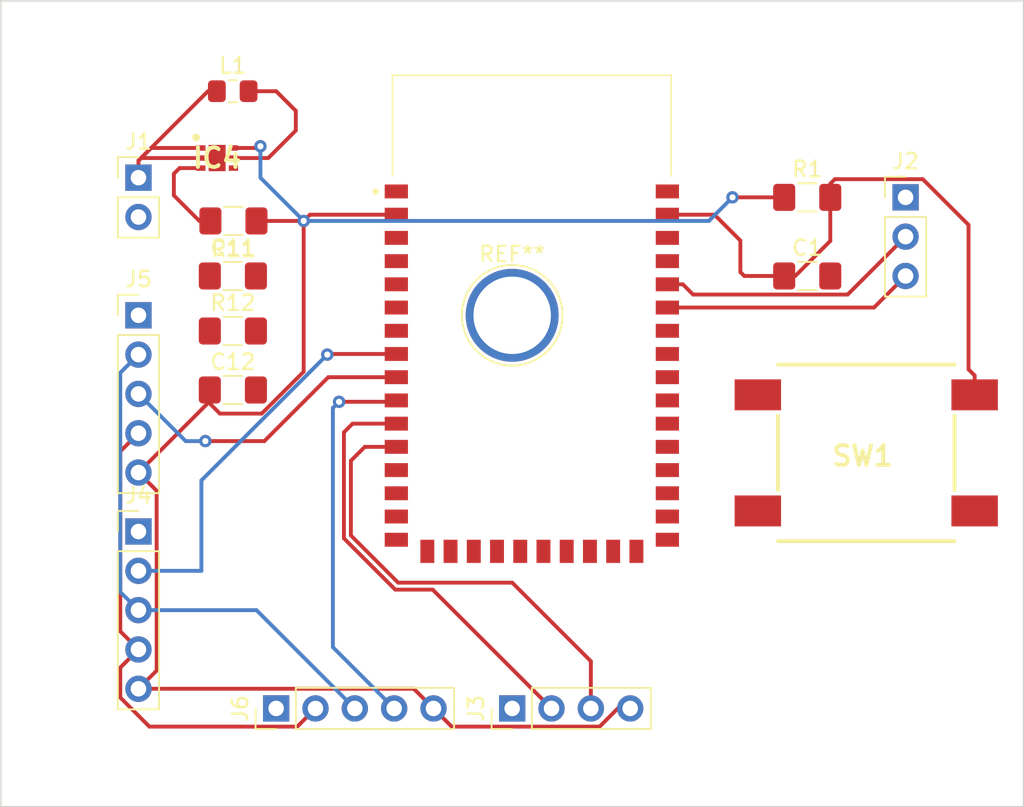
<source format=kicad_pcb>
(kicad_pcb (version 20171130) (host pcbnew "(5.1.5)-3")

  (general
    (thickness 1.6)
    (drawings 6)
    (tracks 119)
    (zones 0)
    (modules 17)
    (nets 46)
  )

  (page A4)
  (layers
    (0 F.Cu signal)
    (31 B.Cu signal)
    (32 B.Adhes user)
    (33 F.Adhes user)
    (34 B.Paste user)
    (35 F.Paste user)
    (36 B.SilkS user)
    (37 F.SilkS user)
    (38 B.Mask user)
    (39 F.Mask user)
    (40 Dwgs.User user)
    (41 Cmts.User user)
    (42 Eco1.User user)
    (43 Eco2.User user)
    (44 Edge.Cuts user)
    (45 Margin user)
    (46 B.CrtYd user)
    (47 F.CrtYd user)
    (48 B.Fab user)
    (49 F.Fab user)
  )

  (setup
    (last_trace_width 0.25)
    (user_trace_width 0.2)
    (trace_clearance 0.2)
    (zone_clearance 0.508)
    (zone_45_only no)
    (trace_min 0.2)
    (via_size 0.8)
    (via_drill 0.4)
    (via_min_size 0.4)
    (via_min_drill 0.3)
    (uvia_size 0.3)
    (uvia_drill 0.1)
    (uvias_allowed no)
    (uvia_min_size 0.2)
    (uvia_min_drill 0.1)
    (edge_width 0.1)
    (segment_width 0.2)
    (pcb_text_width 0.3)
    (pcb_text_size 1.5 1.5)
    (mod_edge_width 0.15)
    (mod_text_size 1 1)
    (mod_text_width 0.15)
    (pad_size 1.524 1.524)
    (pad_drill 0.762)
    (pad_to_mask_clearance 0)
    (aux_axis_origin 0 0)
    (visible_elements 7FFFFFFF)
    (pcbplotparams
      (layerselection 0x010fc_ffffffff)
      (usegerberextensions false)
      (usegerberattributes false)
      (usegerberadvancedattributes false)
      (creategerberjobfile false)
      (excludeedgelayer true)
      (linewidth 0.100000)
      (plotframeref false)
      (viasonmask false)
      (mode 1)
      (useauxorigin false)
      (hpglpennumber 1)
      (hpglpenspeed 20)
      (hpglpendiameter 15.000000)
      (psnegative false)
      (psa4output false)
      (plotreference true)
      (plotvalue true)
      (plotinvisibletext false)
      (padsonsilk false)
      (subtractmaskfromsilk false)
      (outputformat 1)
      (mirror false)
      (drillshape 0)
      (scaleselection 1)
      (outputdirectory ""))
  )

  (net 0 "")
  (net 1 GND)
  (net 2 "Net-(IC1-Pad5)")
  (net 3 "Net-(IC1-Pad7)")
  (net 4 "Net-(IC1-Pad8)")
  (net 5 "Net-(C1-Pad1)")
  (net 6 "Net-(C11-Pad1)")
  (net 7 "Net-(C12-Pad1)")
  (net 8 "Net-(IC1-Pad3)")
  (net 9 "Net-(IC1-Pad4)")
  (net 10 "Net-(IC1-Pad6)")
  (net 11 "Net-(IC1-Pad9)")
  (net 12 "Net-(IC1-Pad10)")
  (net 13 "Net-(IC1-Pad11)")
  (net 14 "Net-(IC1-Pad12)")
  (net 15 "Net-(IC1-Pad13)")
  (net 16 "Net-(IC1-Pad14)")
  (net 17 "Net-(IC1-Pad15)")
  (net 18 "Net-(IC1-Pad16)")
  (net 19 "Net-(IC1-Pad17)")
  (net 20 "Net-(IC1-Pad18)")
  (net 21 "Net-(IC1-Pad19)")
  (net 22 "Net-(IC1-Pad20)")
  (net 23 "Net-(IC1-Pad21)")
  (net 24 "Net-(IC1-Pad22)")
  (net 25 "Net-(IC1-Pad23)")
  (net 26 "Net-(IC1-Pad24)")
  (net 27 "Net-(IC1-Pad25)")
  (net 28 "Net-(IC1-Pad27)")
  (net 29 "Net-(IC1-Pad28)")
  (net 30 "Net-(IC1-Pad29)")
  (net 31 "Net-(IC1-Pad30)")
  (net 32 "Net-(IC1-Pad31)")
  (net 33 "Net-(IC1-Pad32)")
  (net 34 "Net-(IC1-Pad33)")
  (net 35 "Net-(IC1-Pad34)")
  (net 36 "Net-(IC1-Pad35)")
  (net 37 "Net-(IC1-Pad36)")
  (net 38 "Net-(IC1-Pad37)")
  (net 39 "Net-(IC1-Pad38)")
  (net 40 "Net-(IC1-Pad39)")
  (net 41 "Net-(IC1-Pad40)")
  (net 42 "Net-(IC4-Pad3)")
  (net 43 "Net-(IC4-Pad5)")
  (net 44 "Net-(J4-Pad3)")
  (net 45 "Net-(J4-Pad4)")

  (net_class Default "Dit is de standaard class."
    (clearance 0.2)
    (trace_width 0.25)
    (via_dia 0.8)
    (via_drill 0.4)
    (uvia_dia 0.3)
    (uvia_drill 0.1)
    (add_net GND)
    (add_net "Net-(C1-Pad1)")
    (add_net "Net-(C11-Pad1)")
    (add_net "Net-(C12-Pad1)")
    (add_net "Net-(IC1-Pad10)")
    (add_net "Net-(IC1-Pad11)")
    (add_net "Net-(IC1-Pad12)")
    (add_net "Net-(IC1-Pad13)")
    (add_net "Net-(IC1-Pad14)")
    (add_net "Net-(IC1-Pad15)")
    (add_net "Net-(IC1-Pad16)")
    (add_net "Net-(IC1-Pad17)")
    (add_net "Net-(IC1-Pad18)")
    (add_net "Net-(IC1-Pad19)")
    (add_net "Net-(IC1-Pad20)")
    (add_net "Net-(IC1-Pad21)")
    (add_net "Net-(IC1-Pad22)")
    (add_net "Net-(IC1-Pad23)")
    (add_net "Net-(IC1-Pad24)")
    (add_net "Net-(IC1-Pad25)")
    (add_net "Net-(IC1-Pad27)")
    (add_net "Net-(IC1-Pad28)")
    (add_net "Net-(IC1-Pad29)")
    (add_net "Net-(IC1-Pad3)")
    (add_net "Net-(IC1-Pad30)")
    (add_net "Net-(IC1-Pad31)")
    (add_net "Net-(IC1-Pad32)")
    (add_net "Net-(IC1-Pad33)")
    (add_net "Net-(IC1-Pad34)")
    (add_net "Net-(IC1-Pad35)")
    (add_net "Net-(IC1-Pad36)")
    (add_net "Net-(IC1-Pad37)")
    (add_net "Net-(IC1-Pad38)")
    (add_net "Net-(IC1-Pad39)")
    (add_net "Net-(IC1-Pad4)")
    (add_net "Net-(IC1-Pad40)")
    (add_net "Net-(IC1-Pad5)")
    (add_net "Net-(IC1-Pad6)")
    (add_net "Net-(IC1-Pad7)")
    (add_net "Net-(IC1-Pad8)")
    (add_net "Net-(IC1-Pad9)")
    (add_net "Net-(IC4-Pad3)")
    (add_net "Net-(IC4-Pad5)")
    (add_net "Net-(J4-Pad3)")
    (add_net "Net-(J4-Pad4)")
  )

  (module TestPoint:TestPoint_Plated_Hole_D5.0mm (layer F.Cu) (tedit 5A0F774F) (tstamp 607B165D)
    (at 99.06 68.58)
    (descr "Plated Hole as test Point, diameter 5.0mm")
    (tags "test point plated hole")
    (attr virtual)
    (fp_text reference REF** (at 0 -3.948) (layer F.SilkS)
      (effects (font (size 1 1) (thickness 0.15)))
    )
    (fp_text value TestPoint_Plated_Hole_D5.0mm (at 0 3.9) (layer F.Fab)
      (effects (font (size 1 1) (thickness 0.15)))
    )
    (fp_circle (center 0 0) (end 0 3.25) (layer F.SilkS) (width 0.12))
    (fp_circle (center 0 0) (end 3.5 0) (layer F.CrtYd) (width 0.05))
    (fp_text user %R (at 0 -3.95) (layer F.Fab)
      (effects (font (size 1 1) (thickness 0.15)))
    )
    (pad 1 thru_hole circle (at 0 0) (size 6 6) (drill 5) (layers *.Cu *.Mask))
  )

  (module "Drukknop_OFF_(ON):Drukknop_OFF_(ON)" (layer F.Cu) (tedit 0) (tstamp 6070C240)
    (at 121.92 77.47)
    (descr SMS-Gullwing)
    (tags Switch)
    (path /605B36B5)
    (attr smd)
    (fp_text reference SW1 (at -0.232 0.196) (layer F.SilkS)
      (effects (font (size 1.27 1.27) (thickness 0.254)))
    )
    (fp_text value SW_Push (at -0.232 0.196) (layer F.SilkS) hide
      (effects (font (size 1.27 1.27) (thickness 0.254)))
    )
    (fp_line (start 5.7 -2.4) (end 5.7 2.4) (layer F.SilkS) (width 0.254))
    (fp_line (start -5.7 -2.4) (end -5.7 2.4) (layer F.SilkS) (width 0.254))
    (fp_line (start -5.7 -5.7) (end 5.7 -5.7) (layer F.SilkS) (width 0.254))
    (fp_line (start -5.7 5.7) (end 5.7 5.7) (layer F.SilkS) (width 0.254))
    (fp_line (start -5.7 5.7) (end -5.7 -5.7) (layer F.Fab) (width 0.254))
    (fp_line (start 5.7 5.7) (end -5.7 5.7) (layer F.Fab) (width 0.254))
    (fp_line (start 5.7 -5.7) (end 5.7 5.7) (layer F.Fab) (width 0.254))
    (fp_line (start -5.7 -5.7) (end 5.7 -5.7) (layer F.Fab) (width 0.254))
    (fp_text user %R (at -0.232 0.196) (layer F.Fab)
      (effects (font (size 1.27 1.27) (thickness 0.254)))
    )
    (pad 4 smd rect (at -7 -3.75 90) (size 2 3) (layers F.Cu F.Paste F.Mask))
    (pad 3 smd rect (at 7 -3.75 90) (size 2 3) (layers F.Cu F.Paste F.Mask)
      (net 5 "Net-(C1-Pad1)"))
    (pad 2 smd rect (at 7 3.75 90) (size 2 3) (layers F.Cu F.Paste F.Mask))
    (pad 1 smd rect (at -7 3.75 90) (size 2 3) (layers F.Cu F.Paste F.Mask)
      (net 1 GND))
  )

  (module Capacitor_SMD:C_1206_3216Metric_Pad1.42x1.75mm_HandSolder (layer F.Cu) (tedit 5B301BBE) (tstamp 605A08BD)
    (at 118.11 66.04)
    (descr "Capacitor SMD 1206 (3216 Metric), square (rectangular) end terminal, IPC_7351 nominal with elongated pad for handsoldering. (Body size source: http://www.tortai-tech.com/upload/download/2011102023233369053.pdf), generated with kicad-footprint-generator")
    (tags "capacitor handsolder")
    (path /605C96A2)
    (attr smd)
    (fp_text reference C1 (at 0 -1.82) (layer F.SilkS)
      (effects (font (size 1 1) (thickness 0.15)))
    )
    (fp_text value 1µF (at 0 1.82) (layer F.Fab)
      (effects (font (size 1 1) (thickness 0.15)))
    )
    (fp_line (start -1.6 0.8) (end -1.6 -0.8) (layer F.Fab) (width 0.1))
    (fp_line (start -1.6 -0.8) (end 1.6 -0.8) (layer F.Fab) (width 0.1))
    (fp_line (start 1.6 -0.8) (end 1.6 0.8) (layer F.Fab) (width 0.1))
    (fp_line (start 1.6 0.8) (end -1.6 0.8) (layer F.Fab) (width 0.1))
    (fp_line (start -0.602064 -0.91) (end 0.602064 -0.91) (layer F.SilkS) (width 0.12))
    (fp_line (start -0.602064 0.91) (end 0.602064 0.91) (layer F.SilkS) (width 0.12))
    (fp_line (start -2.45 1.12) (end -2.45 -1.12) (layer F.CrtYd) (width 0.05))
    (fp_line (start -2.45 -1.12) (end 2.45 -1.12) (layer F.CrtYd) (width 0.05))
    (fp_line (start 2.45 -1.12) (end 2.45 1.12) (layer F.CrtYd) (width 0.05))
    (fp_line (start 2.45 1.12) (end -2.45 1.12) (layer F.CrtYd) (width 0.05))
    (fp_text user %R (at 0 0) (layer F.Fab)
      (effects (font (size 0.8 0.8) (thickness 0.12)))
    )
    (pad 1 smd roundrect (at -1.4875 0) (size 1.425 1.75) (layers F.Cu F.Paste F.Mask) (roundrect_rratio 0.175439)
      (net 5 "Net-(C1-Pad1)"))
    (pad 2 smd roundrect (at 1.4875 0) (size 1.425 1.75) (layers F.Cu F.Paste F.Mask) (roundrect_rratio 0.175439)
      (net 1 GND))
    (model ${KISYS3DMOD}/Capacitor_SMD.3dshapes/C_1206_3216Metric.wrl
      (at (xyz 0 0 0))
      (scale (xyz 1 1 1))
      (rotate (xyz 0 0 0))
    )
  )

  (module Capacitor_SMD:C_1206_3216Metric_Pad1.42x1.75mm_HandSolder (layer F.Cu) (tedit 5B301BBE) (tstamp 605A08CE)
    (at 81.026 66.04)
    (descr "Capacitor SMD 1206 (3216 Metric), square (rectangular) end terminal, IPC_7351 nominal with elongated pad for handsoldering. (Body size source: http://www.tortai-tech.com/upload/download/2011102023233369053.pdf), generated with kicad-footprint-generator")
    (tags "capacitor handsolder")
    (path /6032C4A6)
    (attr smd)
    (fp_text reference C11 (at 0 -1.82) (layer F.SilkS)
      (effects (font (size 1 1) (thickness 0.15)))
    )
    (fp_text value 10µF (at 0 1.82) (layer F.Fab)
      (effects (font (size 1 1) (thickness 0.15)))
    )
    (fp_line (start -1.6 0.8) (end -1.6 -0.8) (layer F.Fab) (width 0.1))
    (fp_line (start -1.6 -0.8) (end 1.6 -0.8) (layer F.Fab) (width 0.1))
    (fp_line (start 1.6 -0.8) (end 1.6 0.8) (layer F.Fab) (width 0.1))
    (fp_line (start 1.6 0.8) (end -1.6 0.8) (layer F.Fab) (width 0.1))
    (fp_line (start -0.602064 -0.91) (end 0.602064 -0.91) (layer F.SilkS) (width 0.12))
    (fp_line (start -0.602064 0.91) (end 0.602064 0.91) (layer F.SilkS) (width 0.12))
    (fp_line (start -2.45 1.12) (end -2.45 -1.12) (layer F.CrtYd) (width 0.05))
    (fp_line (start -2.45 -1.12) (end 2.45 -1.12) (layer F.CrtYd) (width 0.05))
    (fp_line (start 2.45 -1.12) (end 2.45 1.12) (layer F.CrtYd) (width 0.05))
    (fp_line (start 2.45 1.12) (end -2.45 1.12) (layer F.CrtYd) (width 0.05))
    (fp_text user %R (at 0 0) (layer F.Fab)
      (effects (font (size 0.8 0.8) (thickness 0.12)))
    )
    (pad 1 smd roundrect (at -1.4875 0) (size 1.425 1.75) (layers F.Cu F.Paste F.Mask) (roundrect_rratio 0.175439)
      (net 6 "Net-(C11-Pad1)"))
    (pad 2 smd roundrect (at 1.4875 0) (size 1.425 1.75) (layers F.Cu F.Paste F.Mask) (roundrect_rratio 0.175439)
      (net 1 GND))
    (model ${KISYS3DMOD}/Capacitor_SMD.3dshapes/C_1206_3216Metric.wrl
      (at (xyz 0 0 0))
      (scale (xyz 1 1 1))
      (rotate (xyz 0 0 0))
    )
  )

  (module Capacitor_SMD:C_1206_3216Metric_Pad1.42x1.75mm_HandSolder (layer F.Cu) (tedit 5B301BBE) (tstamp 605A08DF)
    (at 81.026 73.406)
    (descr "Capacitor SMD 1206 (3216 Metric), square (rectangular) end terminal, IPC_7351 nominal with elongated pad for handsoldering. (Body size source: http://www.tortai-tech.com/upload/download/2011102023233369053.pdf), generated with kicad-footprint-generator")
    (tags "capacitor handsolder")
    (path /603339E9)
    (attr smd)
    (fp_text reference C12 (at 0 -1.82) (layer F.SilkS)
      (effects (font (size 1 1) (thickness 0.15)))
    )
    (fp_text value 10µF (at 0 1.82) (layer F.Fab)
      (effects (font (size 1 1) (thickness 0.15)))
    )
    (fp_text user %R (at 0 0) (layer F.Fab)
      (effects (font (size 0.8 0.8) (thickness 0.12)))
    )
    (fp_line (start 2.45 1.12) (end -2.45 1.12) (layer F.CrtYd) (width 0.05))
    (fp_line (start 2.45 -1.12) (end 2.45 1.12) (layer F.CrtYd) (width 0.05))
    (fp_line (start -2.45 -1.12) (end 2.45 -1.12) (layer F.CrtYd) (width 0.05))
    (fp_line (start -2.45 1.12) (end -2.45 -1.12) (layer F.CrtYd) (width 0.05))
    (fp_line (start -0.602064 0.91) (end 0.602064 0.91) (layer F.SilkS) (width 0.12))
    (fp_line (start -0.602064 -0.91) (end 0.602064 -0.91) (layer F.SilkS) (width 0.12))
    (fp_line (start 1.6 0.8) (end -1.6 0.8) (layer F.Fab) (width 0.1))
    (fp_line (start 1.6 -0.8) (end 1.6 0.8) (layer F.Fab) (width 0.1))
    (fp_line (start -1.6 -0.8) (end 1.6 -0.8) (layer F.Fab) (width 0.1))
    (fp_line (start -1.6 0.8) (end -1.6 -0.8) (layer F.Fab) (width 0.1))
    (pad 2 smd roundrect (at 1.4875 0) (size 1.425 1.75) (layers F.Cu F.Paste F.Mask) (roundrect_rratio 0.175439)
      (net 1 GND))
    (pad 1 smd roundrect (at -1.4875 0) (size 1.425 1.75) (layers F.Cu F.Paste F.Mask) (roundrect_rratio 0.175439)
      (net 7 "Net-(C12-Pad1)"))
    (model ${KISYS3DMOD}/Capacitor_SMD.3dshapes/C_1206_3216Metric.wrl
      (at (xyz 0 0 0))
      (scale (xyz 1 1 1))
      (rotate (xyz 0 0 0))
    )
  )

  (module ESP32S2WROOMM22S2H3200PH3Q0 (layer F.Cu) (tedit 0) (tstamp 605A0926)
    (at 100.33 68.58)
    (descr "ESP32-S2-WROOM(M22S2H3200PH3Q0)-1")
    (tags "Integrated Circuit")
    (path /6059BDAD)
    (attr smd)
    (fp_text reference IC1 (at -0.35 0.25) (layer F.SilkS)
      (effects (font (size 1.27 1.27) (thickness 0.254)))
    )
    (fp_text value ESP32-S2-WROOM_M22S2H3200PH3Q0_ (at -0.35 0.25) (layer F.SilkS) hide
      (effects (font (size 1.27 1.27) (thickness 0.254)))
    )
    (fp_text user %R (at -0.35 0.25) (layer F.Fab)
      (effects (font (size 1.27 1.27) (thickness 0.254)))
    )
    (fp_line (start -9 -15.5) (end 9 -15.5) (layer F.Fab) (width 0.2))
    (fp_line (start 9 -15.5) (end 9 15.5) (layer F.Fab) (width 0.2))
    (fp_line (start 9 15.5) (end -9 15.5) (layer F.Fab) (width 0.2))
    (fp_line (start -9 15.5) (end -9 -15.5) (layer F.Fab) (width 0.2))
    (fp_line (start -11.2 -16.5) (end 10.5 -16.5) (layer F.CrtYd) (width 0.1))
    (fp_line (start 10.5 -16.5) (end 10.5 17) (layer F.CrtYd) (width 0.1))
    (fp_line (start 10.5 17) (end -11.2 17) (layer F.CrtYd) (width 0.1))
    (fp_line (start -11.2 17) (end -11.2 -16.5) (layer F.CrtYd) (width 0.1))
    (fp_line (start -9 -9) (end -9 -15.5) (layer F.SilkS) (width 0.1))
    (fp_line (start -9 -15.5) (end 9 -15.5) (layer F.SilkS) (width 0.1))
    (fp_line (start 9 -15.5) (end 9 -9) (layer F.SilkS) (width 0.1))
    (fp_line (start -10 -8) (end -10 -8) (layer F.SilkS) (width 0.2))
    (fp_line (start -10.2 -8) (end -10.2 -8) (layer F.SilkS) (width 0.2))
    (fp_arc (start -10.1 -8) (end -10 -8) (angle -180) (layer F.SilkS) (width 0.2))
    (fp_arc (start -10.1 -8) (end -10.2 -8) (angle -180) (layer F.SilkS) (width 0.2))
    (pad 1 smd rect (at -8.75 -8 90) (size 0.9 1.5) (layers F.Cu F.Paste F.Mask)
      (net 1 GND))
    (pad 2 smd rect (at -8.75 -6.5 90) (size 0.9 1.5) (layers F.Cu F.Paste F.Mask)
      (net 7 "Net-(C12-Pad1)"))
    (pad 3 smd rect (at -8.75 -5 90) (size 0.9 1.5) (layers F.Cu F.Paste F.Mask)
      (net 8 "Net-(IC1-Pad3)"))
    (pad 4 smd rect (at -8.75 -3.5 90) (size 0.9 1.5) (layers F.Cu F.Paste F.Mask)
      (net 9 "Net-(IC1-Pad4)"))
    (pad 5 smd rect (at -8.75 -2 90) (size 0.9 1.5) (layers F.Cu F.Paste F.Mask)
      (net 2 "Net-(IC1-Pad5)"))
    (pad 6 smd rect (at -8.75 -0.5 90) (size 0.9 1.5) (layers F.Cu F.Paste F.Mask)
      (net 10 "Net-(IC1-Pad6)"))
    (pad 7 smd rect (at -8.75 1 90) (size 0.9 1.5) (layers F.Cu F.Paste F.Mask)
      (net 3 "Net-(IC1-Pad7)"))
    (pad 8 smd rect (at -8.75 2.5 90) (size 0.9 1.5) (layers F.Cu F.Paste F.Mask)
      (net 4 "Net-(IC1-Pad8)"))
    (pad 9 smd rect (at -8.75 4 90) (size 0.9 1.5) (layers F.Cu F.Paste F.Mask)
      (net 11 "Net-(IC1-Pad9)"))
    (pad 10 smd rect (at -8.75 5.5 90) (size 0.9 1.5) (layers F.Cu F.Paste F.Mask)
      (net 12 "Net-(IC1-Pad10)"))
    (pad 11 smd rect (at -8.75 7 90) (size 0.9 1.5) (layers F.Cu F.Paste F.Mask)
      (net 13 "Net-(IC1-Pad11)"))
    (pad 12 smd rect (at -8.75 8.5 90) (size 0.9 1.5) (layers F.Cu F.Paste F.Mask)
      (net 14 "Net-(IC1-Pad12)"))
    (pad 13 smd rect (at -8.75 10 90) (size 0.9 1.5) (layers F.Cu F.Paste F.Mask)
      (net 15 "Net-(IC1-Pad13)"))
    (pad 14 smd rect (at -8.75 11.5 90) (size 0.9 1.5) (layers F.Cu F.Paste F.Mask)
      (net 16 "Net-(IC1-Pad14)"))
    (pad 15 smd rect (at -8.75 13 90) (size 0.9 1.5) (layers F.Cu F.Paste F.Mask)
      (net 17 "Net-(IC1-Pad15)"))
    (pad 16 smd rect (at -8.75 14.5 90) (size 0.9 1.5) (layers F.Cu F.Paste F.Mask)
      (net 18 "Net-(IC1-Pad16)"))
    (pad 17 smd rect (at -6.75 15.25) (size 0.9 1.5) (layers F.Cu F.Paste F.Mask)
      (net 19 "Net-(IC1-Pad17)"))
    (pad 18 smd rect (at -5.25 15.25) (size 0.9 1.5) (layers F.Cu F.Paste F.Mask)
      (net 20 "Net-(IC1-Pad18)"))
    (pad 19 smd rect (at -3.75 15.25) (size 0.9 1.5) (layers F.Cu F.Paste F.Mask)
      (net 21 "Net-(IC1-Pad19)"))
    (pad 20 smd rect (at -2.25 15.25) (size 0.9 1.5) (layers F.Cu F.Paste F.Mask)
      (net 22 "Net-(IC1-Pad20)"))
    (pad 21 smd rect (at -0.75 15.25) (size 0.9 1.5) (layers F.Cu F.Paste F.Mask)
      (net 23 "Net-(IC1-Pad21)"))
    (pad 22 smd rect (at 0.75 15.25) (size 0.9 1.5) (layers F.Cu F.Paste F.Mask)
      (net 24 "Net-(IC1-Pad22)"))
    (pad 23 smd rect (at 2.25 15.25) (size 0.9 1.5) (layers F.Cu F.Paste F.Mask)
      (net 25 "Net-(IC1-Pad23)"))
    (pad 24 smd rect (at 3.75 15.25) (size 0.9 1.5) (layers F.Cu F.Paste F.Mask)
      (net 26 "Net-(IC1-Pad24)"))
    (pad 25 smd rect (at 5.25 15.25) (size 0.9 1.5) (layers F.Cu F.Paste F.Mask)
      (net 27 "Net-(IC1-Pad25)"))
    (pad 26 smd rect (at 6.75 15.25) (size 0.9 1.5) (layers F.Cu F.Paste F.Mask)
      (net 1 GND))
    (pad 27 smd rect (at 8.75 14.5 90) (size 0.9 1.5) (layers F.Cu F.Paste F.Mask)
      (net 28 "Net-(IC1-Pad27)"))
    (pad 28 smd rect (at 8.75 13 90) (size 0.9 1.5) (layers F.Cu F.Paste F.Mask)
      (net 29 "Net-(IC1-Pad28)"))
    (pad 29 smd rect (at 8.75 11.5 90) (size 0.9 1.5) (layers F.Cu F.Paste F.Mask)
      (net 30 "Net-(IC1-Pad29)"))
    (pad 30 smd rect (at 8.75 10 90) (size 0.9 1.5) (layers F.Cu F.Paste F.Mask)
      (net 31 "Net-(IC1-Pad30)"))
    (pad 31 smd rect (at 8.75 8.5 90) (size 0.9 1.5) (layers F.Cu F.Paste F.Mask)
      (net 32 "Net-(IC1-Pad31)"))
    (pad 32 smd rect (at 8.75 7 90) (size 0.9 1.5) (layers F.Cu F.Paste F.Mask)
      (net 33 "Net-(IC1-Pad32)"))
    (pad 33 smd rect (at 8.75 5.5 90) (size 0.9 1.5) (layers F.Cu F.Paste F.Mask)
      (net 34 "Net-(IC1-Pad33)"))
    (pad 34 smd rect (at 8.75 4 90) (size 0.9 1.5) (layers F.Cu F.Paste F.Mask)
      (net 35 "Net-(IC1-Pad34)"))
    (pad 35 smd rect (at 8.75 2.5 90) (size 0.9 1.5) (layers F.Cu F.Paste F.Mask)
      (net 36 "Net-(IC1-Pad35)"))
    (pad 36 smd rect (at 8.75 1 90) (size 0.9 1.5) (layers F.Cu F.Paste F.Mask)
      (net 37 "Net-(IC1-Pad36)"))
    (pad 37 smd rect (at 8.75 -0.5 90) (size 0.9 1.5) (layers F.Cu F.Paste F.Mask)
      (net 38 "Net-(IC1-Pad37)"))
    (pad 38 smd rect (at 8.75 -2 90) (size 0.9 1.5) (layers F.Cu F.Paste F.Mask)
      (net 39 "Net-(IC1-Pad38)"))
    (pad 39 smd rect (at 8.75 -3.5 90) (size 0.9 1.5) (layers F.Cu F.Paste F.Mask)
      (net 40 "Net-(IC1-Pad39)"))
    (pad 40 smd rect (at 8.75 -5 90) (size 0.9 1.5) (layers F.Cu F.Paste F.Mask)
      (net 41 "Net-(IC1-Pad40)"))
    (pad 41 smd rect (at 8.75 -6.5 90) (size 0.9 1.5) (layers F.Cu F.Paste F.Mask)
      (net 5 "Net-(C1-Pad1)"))
    (pad 42 smd rect (at 8.75 -8 90) (size 0.9 1.5) (layers F.Cu F.Paste F.Mask)
      (net 1 GND))
    (pad 43 smd rect (at -1.19 0.05) (size 1.1 1.1) (layers F.Cu F.Paste F.Mask)
      (net 1 GND))
    (pad 44 smd rect (at -2.69 0.05) (size 1.1 1.1) (layers F.Cu F.Paste F.Mask)
      (net 1 GND))
    (pad 45 smd rect (at -2.69 1.55) (size 1.1 1.1) (layers F.Cu F.Paste F.Mask)
      (net 1 GND))
    (pad 46 smd rect (at -1.19 1.55) (size 1.1 1.1) (layers F.Cu F.Paste F.Mask)
      (net 1 GND))
    (pad 47 smd rect (at 0.31 1.55) (size 1.1 1.1) (layers F.Cu F.Paste F.Mask)
      (net 1 GND))
    (pad 48 smd rect (at 0.31 0.05) (size 1.1 1.1) (layers F.Cu F.Paste F.Mask)
      (net 1 GND))
    (pad 49 smd rect (at 0.31 -1.45) (size 1.1 1.1) (layers F.Cu F.Paste F.Mask)
      (net 1 GND))
    (pad 50 smd rect (at -1.19 -1.45) (size 1.1 1.1) (layers F.Cu F.Paste F.Mask)
      (net 1 GND))
    (pad 51 smd rect (at -2.69 -1.45) (size 1.1 1.1) (layers F.Cu F.Paste F.Mask)
      (net 1 GND))
    (model "D:\\Kicad oefeningen\\eerste test\\library\\ESP32-S2-WROOM_M22S2H3200PH3Q0_-pcb-part-libraries\\SamacSys_Parts.3dshapes\\ESP32-S2-WROOM_M22S2H3200PH3Q0_.stp"
      (at (xyz 0 0 0))
      (scale (xyz 1 1 1))
      (rotate (xyz 0 0 0))
    )
  )

  (module schakelende_voeding_1_7A:SON65P200X200X65-7N-D (layer F.Cu) (tedit 0) (tstamp 605A093C)
    (at 80.01 58.42)
    (descr ADP7142ACPZN-R7)
    (tags "Integrated Circuit")
    (path /6032B898)
    (attr smd)
    (fp_text reference IC4 (at 0 0) (layer F.SilkS)
      (effects (font (size 1.27 1.27) (thickness 0.254)))
    )
    (fp_text value ADP1607ACPZN001-R7 (at 0 0) (layer F.SilkS) hide
      (effects (font (size 1.27 1.27) (thickness 0.254)))
    )
    (fp_text user %R (at 0 0) (layer F.Fab)
      (effects (font (size 1.27 1.27) (thickness 0.254)))
    )
    (fp_line (start -1.6 -1.3) (end 1.6 -1.3) (layer F.CrtYd) (width 0.05))
    (fp_line (start 1.6 -1.3) (end 1.6 1.3) (layer F.CrtYd) (width 0.05))
    (fp_line (start 1.6 1.3) (end -1.6 1.3) (layer F.CrtYd) (width 0.05))
    (fp_line (start -1.6 1.3) (end -1.6 -1.3) (layer F.CrtYd) (width 0.05))
    (fp_line (start -1 -1) (end 1 -1) (layer F.Fab) (width 0.1))
    (fp_line (start 1 -1) (end 1 1) (layer F.Fab) (width 0.1))
    (fp_line (start 1 1) (end -1 1) (layer F.Fab) (width 0.1))
    (fp_line (start -1 1) (end -1 -1) (layer F.Fab) (width 0.1))
    (fp_line (start -1 -0.5) (end -0.5 -1) (layer F.Fab) (width 0.1))
    (fp_circle (center -1.35 -1.325) (end -1.35 -1.2) (layer F.SilkS) (width 0.25))
    (pad 1 smd rect (at -1.05 -0.65 90) (size 0.35 0.6) (layers F.Cu F.Paste F.Mask)
      (net 6 "Net-(C11-Pad1)"))
    (pad 2 smd rect (at -1.05 0 90) (size 0.35 0.6) (layers F.Cu F.Paste F.Mask)
      (net 6 "Net-(C11-Pad1)"))
    (pad 3 smd rect (at -1.05 0.65 90) (size 0.35 0.6) (layers F.Cu F.Paste F.Mask)
      (net 42 "Net-(IC4-Pad3)"))
    (pad 4 smd rect (at 1.05 0.65 90) (size 0.35 0.6) (layers F.Cu F.Paste F.Mask)
      (net 1 GND))
    (pad 5 smd rect (at 1.05 0 90) (size 0.35 0.6) (layers F.Cu F.Paste F.Mask)
      (net 43 "Net-(IC4-Pad5)"))
    (pad 6 smd rect (at 1.05 -0.65 90) (size 0.35 0.6) (layers F.Cu F.Paste F.Mask)
      (net 7 "Net-(C12-Pad1)"))
    (pad 7 smd rect (at 0 0) (size 1.1 1.7) (layers F.Cu F.Paste F.Mask)
      (net 1 GND))
    (model "D:\\Kicad oefeningen\\eerste test\\library\\schakelende voeding 1.7A\\SamacSys_Parts.3dshapes\\ADP1607ACPZN001-R7.stp"
      (at (xyz 0 0 0))
      (scale (xyz 1 1 1))
      (rotate (xyz 0 0 0))
    )
  )

  (module Inductor_SMD:L_0805_2012Metric_Pad1.15x1.40mm_HandSolder (layer F.Cu) (tedit 5B36C52B) (tstamp 605A094D)
    (at 81.017 54.102)
    (descr "Capacitor SMD 0805 (2012 Metric), square (rectangular) end terminal, IPC_7351 nominal with elongated pad for handsoldering. (Body size source: https://docs.google.com/spreadsheets/d/1BsfQQcO9C6DZCsRaXUlFlo91Tg2WpOkGARC1WS5S8t0/edit?usp=sharing), generated with kicad-footprint-generator")
    (tags "inductor handsolder")
    (path /60343773)
    (attr smd)
    (fp_text reference L1 (at 0 -1.65) (layer F.SilkS)
      (effects (font (size 1 1) (thickness 0.15)))
    )
    (fp_text value 2.2µH (at 0 1.65) (layer F.Fab)
      (effects (font (size 1 1) (thickness 0.15)))
    )
    (fp_line (start -1 0.6) (end -1 -0.6) (layer F.Fab) (width 0.1))
    (fp_line (start -1 -0.6) (end 1 -0.6) (layer F.Fab) (width 0.1))
    (fp_line (start 1 -0.6) (end 1 0.6) (layer F.Fab) (width 0.1))
    (fp_line (start 1 0.6) (end -1 0.6) (layer F.Fab) (width 0.1))
    (fp_line (start -0.261252 -0.71) (end 0.261252 -0.71) (layer F.SilkS) (width 0.12))
    (fp_line (start -0.261252 0.71) (end 0.261252 0.71) (layer F.SilkS) (width 0.12))
    (fp_line (start -1.85 0.95) (end -1.85 -0.95) (layer F.CrtYd) (width 0.05))
    (fp_line (start -1.85 -0.95) (end 1.85 -0.95) (layer F.CrtYd) (width 0.05))
    (fp_line (start 1.85 -0.95) (end 1.85 0.95) (layer F.CrtYd) (width 0.05))
    (fp_line (start 1.85 0.95) (end -1.85 0.95) (layer F.CrtYd) (width 0.05))
    (fp_text user %R (at 0 0) (layer F.Fab)
      (effects (font (size 0.5 0.5) (thickness 0.08)))
    )
    (pad 1 smd roundrect (at -1.025 0) (size 1.15 1.4) (layers F.Cu F.Paste F.Mask) (roundrect_rratio 0.217391)
      (net 6 "Net-(C11-Pad1)"))
    (pad 2 smd roundrect (at 1.025 0) (size 1.15 1.4) (layers F.Cu F.Paste F.Mask) (roundrect_rratio 0.217391)
      (net 43 "Net-(IC4-Pad5)"))
    (model ${KISYS3DMOD}/Inductor_SMD.3dshapes/L_0805_2012Metric.wrl
      (at (xyz 0 0 0))
      (scale (xyz 1 1 1))
      (rotate (xyz 0 0 0))
    )
  )

  (module Resistor_SMD:R_1206_3216Metric_Pad1.42x1.75mm_HandSolder (layer F.Cu) (tedit 5B301BBD) (tstamp 605A095E)
    (at 118.11 60.96)
    (descr "Resistor SMD 1206 (3216 Metric), square (rectangular) end terminal, IPC_7351 nominal with elongated pad for handsoldering. (Body size source: http://www.tortai-tech.com/upload/download/2011102023233369053.pdf), generated with kicad-footprint-generator")
    (tags "resistor handsolder")
    (path /605B4C02)
    (attr smd)
    (fp_text reference R1 (at 0 -1.82) (layer F.SilkS)
      (effects (font (size 1 1) (thickness 0.15)))
    )
    (fp_text value 10k (at 0 1.82) (layer F.Fab)
      (effects (font (size 1 1) (thickness 0.15)))
    )
    (fp_line (start -1.6 0.8) (end -1.6 -0.8) (layer F.Fab) (width 0.1))
    (fp_line (start -1.6 -0.8) (end 1.6 -0.8) (layer F.Fab) (width 0.1))
    (fp_line (start 1.6 -0.8) (end 1.6 0.8) (layer F.Fab) (width 0.1))
    (fp_line (start 1.6 0.8) (end -1.6 0.8) (layer F.Fab) (width 0.1))
    (fp_line (start -0.602064 -0.91) (end 0.602064 -0.91) (layer F.SilkS) (width 0.12))
    (fp_line (start -0.602064 0.91) (end 0.602064 0.91) (layer F.SilkS) (width 0.12))
    (fp_line (start -2.45 1.12) (end -2.45 -1.12) (layer F.CrtYd) (width 0.05))
    (fp_line (start -2.45 -1.12) (end 2.45 -1.12) (layer F.CrtYd) (width 0.05))
    (fp_line (start 2.45 -1.12) (end 2.45 1.12) (layer F.CrtYd) (width 0.05))
    (fp_line (start 2.45 1.12) (end -2.45 1.12) (layer F.CrtYd) (width 0.05))
    (fp_text user %R (at 0 0) (layer F.Fab)
      (effects (font (size 0.8 0.8) (thickness 0.12)))
    )
    (pad 1 smd roundrect (at -1.4875 0) (size 1.425 1.75) (layers F.Cu F.Paste F.Mask) (roundrect_rratio 0.175439)
      (net 7 "Net-(C12-Pad1)"))
    (pad 2 smd roundrect (at 1.4875 0) (size 1.425 1.75) (layers F.Cu F.Paste F.Mask) (roundrect_rratio 0.175439)
      (net 5 "Net-(C1-Pad1)"))
    (model ${KISYS3DMOD}/Resistor_SMD.3dshapes/R_1206_3216Metric.wrl
      (at (xyz 0 0 0))
      (scale (xyz 1 1 1))
      (rotate (xyz 0 0 0))
    )
  )

  (module Resistor_SMD:R_1206_3216Metric_Pad1.42x1.75mm_HandSolder (layer F.Cu) (tedit 5B301BBD) (tstamp 605A096F)
    (at 81.0625 62.484 180)
    (descr "Resistor SMD 1206 (3216 Metric), square (rectangular) end terminal, IPC_7351 nominal with elongated pad for handsoldering. (Body size source: http://www.tortai-tech.com/upload/download/2011102023233369053.pdf), generated with kicad-footprint-generator")
    (tags "resistor handsolder")
    (path /60338A59)
    (attr smd)
    (fp_text reference R11 (at 0 -1.82) (layer F.SilkS)
      (effects (font (size 1 1) (thickness 0.15)))
    )
    (fp_text value 27000 (at 0 1.82) (layer F.Fab)
      (effects (font (size 1 1) (thickness 0.15)))
    )
    (fp_line (start -1.6 0.8) (end -1.6 -0.8) (layer F.Fab) (width 0.1))
    (fp_line (start -1.6 -0.8) (end 1.6 -0.8) (layer F.Fab) (width 0.1))
    (fp_line (start 1.6 -0.8) (end 1.6 0.8) (layer F.Fab) (width 0.1))
    (fp_line (start 1.6 0.8) (end -1.6 0.8) (layer F.Fab) (width 0.1))
    (fp_line (start -0.602064 -0.91) (end 0.602064 -0.91) (layer F.SilkS) (width 0.12))
    (fp_line (start -0.602064 0.91) (end 0.602064 0.91) (layer F.SilkS) (width 0.12))
    (fp_line (start -2.45 1.12) (end -2.45 -1.12) (layer F.CrtYd) (width 0.05))
    (fp_line (start -2.45 -1.12) (end 2.45 -1.12) (layer F.CrtYd) (width 0.05))
    (fp_line (start 2.45 -1.12) (end 2.45 1.12) (layer F.CrtYd) (width 0.05))
    (fp_line (start 2.45 1.12) (end -2.45 1.12) (layer F.CrtYd) (width 0.05))
    (fp_text user %R (at 0 0) (layer F.Fab)
      (effects (font (size 0.8 0.8) (thickness 0.12)))
    )
    (pad 1 smd roundrect (at -1.4875 0 180) (size 1.425 1.75) (layers F.Cu F.Paste F.Mask) (roundrect_rratio 0.175439)
      (net 7 "Net-(C12-Pad1)"))
    (pad 2 smd roundrect (at 1.4875 0 180) (size 1.425 1.75) (layers F.Cu F.Paste F.Mask) (roundrect_rratio 0.175439)
      (net 42 "Net-(IC4-Pad3)"))
    (model ${KISYS3DMOD}/Resistor_SMD.3dshapes/R_1206_3216Metric.wrl
      (at (xyz 0 0 0))
      (scale (xyz 1 1 1))
      (rotate (xyz 0 0 0))
    )
  )

  (module Resistor_SMD:R_1206_3216Metric_Pad1.42x1.75mm_HandSolder (layer F.Cu) (tedit 5B301BBD) (tstamp 605A0980)
    (at 81.026 69.596)
    (descr "Resistor SMD 1206 (3216 Metric), square (rectangular) end terminal, IPC_7351 nominal with elongated pad for handsoldering. (Body size source: http://www.tortai-tech.com/upload/download/2011102023233369053.pdf), generated with kicad-footprint-generator")
    (tags "resistor handsolder")
    (path /60339AAD)
    (attr smd)
    (fp_text reference R12 (at 0 -1.82) (layer F.SilkS)
      (effects (font (size 1 1) (thickness 0.15)))
    )
    (fp_text value 18000 (at 0 1.82) (layer F.Fab)
      (effects (font (size 1 1) (thickness 0.15)))
    )
    (fp_text user %R (at 0 0) (layer F.Fab)
      (effects (font (size 0.8 0.8) (thickness 0.12)))
    )
    (fp_line (start 2.45 1.12) (end -2.45 1.12) (layer F.CrtYd) (width 0.05))
    (fp_line (start 2.45 -1.12) (end 2.45 1.12) (layer F.CrtYd) (width 0.05))
    (fp_line (start -2.45 -1.12) (end 2.45 -1.12) (layer F.CrtYd) (width 0.05))
    (fp_line (start -2.45 1.12) (end -2.45 -1.12) (layer F.CrtYd) (width 0.05))
    (fp_line (start -0.602064 0.91) (end 0.602064 0.91) (layer F.SilkS) (width 0.12))
    (fp_line (start -0.602064 -0.91) (end 0.602064 -0.91) (layer F.SilkS) (width 0.12))
    (fp_line (start 1.6 0.8) (end -1.6 0.8) (layer F.Fab) (width 0.1))
    (fp_line (start 1.6 -0.8) (end 1.6 0.8) (layer F.Fab) (width 0.1))
    (fp_line (start -1.6 -0.8) (end 1.6 -0.8) (layer F.Fab) (width 0.1))
    (fp_line (start -1.6 0.8) (end -1.6 -0.8) (layer F.Fab) (width 0.1))
    (pad 2 smd roundrect (at 1.4875 0) (size 1.425 1.75) (layers F.Cu F.Paste F.Mask) (roundrect_rratio 0.175439)
      (net 1 GND))
    (pad 1 smd roundrect (at -1.4875 0) (size 1.425 1.75) (layers F.Cu F.Paste F.Mask) (roundrect_rratio 0.175439)
      (net 42 "Net-(IC4-Pad3)"))
    (model ${KISYS3DMOD}/Resistor_SMD.3dshapes/R_1206_3216Metric.wrl
      (at (xyz 0 0 0))
      (scale (xyz 1 1 1))
      (rotate (xyz 0 0 0))
    )
  )

  (module Connector_PinHeader_2.54mm:PinHeader_1x02_P2.54mm_Vertical (layer F.Cu) (tedit 59FED5CC) (tstamp 6070BB0D)
    (at 74.93 59.69)
    (descr "Through hole straight pin header, 1x02, 2.54mm pitch, single row")
    (tags "Through hole pin header THT 1x02 2.54mm single row")
    (path /60592B9F)
    (fp_text reference J1 (at 0 -2.33) (layer F.SilkS)
      (effects (font (size 1 1) (thickness 0.15)))
    )
    (fp_text value Conn_01x02_Male (at 0 4.87) (layer F.Fab)
      (effects (font (size 1 1) (thickness 0.15)))
    )
    (fp_line (start -0.635 -1.27) (end 1.27 -1.27) (layer F.Fab) (width 0.1))
    (fp_line (start 1.27 -1.27) (end 1.27 3.81) (layer F.Fab) (width 0.1))
    (fp_line (start 1.27 3.81) (end -1.27 3.81) (layer F.Fab) (width 0.1))
    (fp_line (start -1.27 3.81) (end -1.27 -0.635) (layer F.Fab) (width 0.1))
    (fp_line (start -1.27 -0.635) (end -0.635 -1.27) (layer F.Fab) (width 0.1))
    (fp_line (start -1.33 3.87) (end 1.33 3.87) (layer F.SilkS) (width 0.12))
    (fp_line (start -1.33 1.27) (end -1.33 3.87) (layer F.SilkS) (width 0.12))
    (fp_line (start 1.33 1.27) (end 1.33 3.87) (layer F.SilkS) (width 0.12))
    (fp_line (start -1.33 1.27) (end 1.33 1.27) (layer F.SilkS) (width 0.12))
    (fp_line (start -1.33 0) (end -1.33 -1.33) (layer F.SilkS) (width 0.12))
    (fp_line (start -1.33 -1.33) (end 0 -1.33) (layer F.SilkS) (width 0.12))
    (fp_line (start -1.8 -1.8) (end -1.8 4.35) (layer F.CrtYd) (width 0.05))
    (fp_line (start -1.8 4.35) (end 1.8 4.35) (layer F.CrtYd) (width 0.05))
    (fp_line (start 1.8 4.35) (end 1.8 -1.8) (layer F.CrtYd) (width 0.05))
    (fp_line (start 1.8 -1.8) (end -1.8 -1.8) (layer F.CrtYd) (width 0.05))
    (fp_text user %R (at 0 1.27 90) (layer F.Fab)
      (effects (font (size 1 1) (thickness 0.15)))
    )
    (pad 1 thru_hole rect (at 0 0) (size 1.7 1.7) (drill 1) (layers *.Cu *.Mask)
      (net 6 "Net-(C11-Pad1)"))
    (pad 2 thru_hole oval (at 0 2.54) (size 1.7 1.7) (drill 1) (layers *.Cu *.Mask)
      (net 1 GND))
    (model ${KISYS3DMOD}/Connector_PinHeader_2.54mm.3dshapes/PinHeader_1x02_P2.54mm_Vertical.wrl
      (at (xyz 0 0 0))
      (scale (xyz 1 1 1))
      (rotate (xyz 0 0 0))
    )
  )

  (module Connector_PinHeader_2.54mm:PinHeader_1x03_P2.54mm_Vertical (layer F.Cu) (tedit 59FED5CC) (tstamp 6070BB24)
    (at 124.46 60.96)
    (descr "Through hole straight pin header, 1x03, 2.54mm pitch, single row")
    (tags "Through hole pin header THT 1x03 2.54mm single row")
    (path /605AFC75)
    (fp_text reference J2 (at 0 -2.33) (layer F.SilkS)
      (effects (font (size 1 1) (thickness 0.15)))
    )
    (fp_text value Conn_01x03_Male (at 0 7.41) (layer F.Fab)
      (effects (font (size 1 1) (thickness 0.15)))
    )
    (fp_line (start -0.635 -1.27) (end 1.27 -1.27) (layer F.Fab) (width 0.1))
    (fp_line (start 1.27 -1.27) (end 1.27 6.35) (layer F.Fab) (width 0.1))
    (fp_line (start 1.27 6.35) (end -1.27 6.35) (layer F.Fab) (width 0.1))
    (fp_line (start -1.27 6.35) (end -1.27 -0.635) (layer F.Fab) (width 0.1))
    (fp_line (start -1.27 -0.635) (end -0.635 -1.27) (layer F.Fab) (width 0.1))
    (fp_line (start -1.33 6.41) (end 1.33 6.41) (layer F.SilkS) (width 0.12))
    (fp_line (start -1.33 1.27) (end -1.33 6.41) (layer F.SilkS) (width 0.12))
    (fp_line (start 1.33 1.27) (end 1.33 6.41) (layer F.SilkS) (width 0.12))
    (fp_line (start -1.33 1.27) (end 1.33 1.27) (layer F.SilkS) (width 0.12))
    (fp_line (start -1.33 0) (end -1.33 -1.33) (layer F.SilkS) (width 0.12))
    (fp_line (start -1.33 -1.33) (end 0 -1.33) (layer F.SilkS) (width 0.12))
    (fp_line (start -1.8 -1.8) (end -1.8 6.85) (layer F.CrtYd) (width 0.05))
    (fp_line (start -1.8 6.85) (end 1.8 6.85) (layer F.CrtYd) (width 0.05))
    (fp_line (start 1.8 6.85) (end 1.8 -1.8) (layer F.CrtYd) (width 0.05))
    (fp_line (start 1.8 -1.8) (end -1.8 -1.8) (layer F.CrtYd) (width 0.05))
    (fp_text user %R (at 0 2.54 90) (layer F.Fab)
      (effects (font (size 1 1) (thickness 0.15)))
    )
    (pad 1 thru_hole rect (at 0 0) (size 1.7 1.7) (drill 1) (layers *.Cu *.Mask)
      (net 1 GND))
    (pad 2 thru_hole oval (at 0 2.54) (size 1.7 1.7) (drill 1) (layers *.Cu *.Mask)
      (net 39 "Net-(IC1-Pad38)"))
    (pad 3 thru_hole oval (at 0 5.08) (size 1.7 1.7) (drill 1) (layers *.Cu *.Mask)
      (net 38 "Net-(IC1-Pad37)"))
    (model ${KISYS3DMOD}/Connector_PinHeader_2.54mm.3dshapes/PinHeader_1x03_P2.54mm_Vertical.wrl
      (at (xyz 0 0 0))
      (scale (xyz 1 1 1))
      (rotate (xyz 0 0 0))
    )
  )

  (module Connector_PinHeader_2.54mm:PinHeader_1x04_P2.54mm_Vertical (layer F.Cu) (tedit 59FED5CC) (tstamp 6070BB3C)
    (at 99.06 93.98 90)
    (descr "Through hole straight pin header, 1x04, 2.54mm pitch, single row")
    (tags "Through hole pin header THT 1x04 2.54mm single row")
    (path /60706F53)
    (fp_text reference J3 (at 0 -2.33 90) (layer F.SilkS)
      (effects (font (size 1 1) (thickness 0.15)))
    )
    (fp_text value temp_con (at 0 9.95 90) (layer F.Fab)
      (effects (font (size 1 1) (thickness 0.15)))
    )
    (fp_line (start -0.635 -1.27) (end 1.27 -1.27) (layer F.Fab) (width 0.1))
    (fp_line (start 1.27 -1.27) (end 1.27 8.89) (layer F.Fab) (width 0.1))
    (fp_line (start 1.27 8.89) (end -1.27 8.89) (layer F.Fab) (width 0.1))
    (fp_line (start -1.27 8.89) (end -1.27 -0.635) (layer F.Fab) (width 0.1))
    (fp_line (start -1.27 -0.635) (end -0.635 -1.27) (layer F.Fab) (width 0.1))
    (fp_line (start -1.33 8.95) (end 1.33 8.95) (layer F.SilkS) (width 0.12))
    (fp_line (start -1.33 1.27) (end -1.33 8.95) (layer F.SilkS) (width 0.12))
    (fp_line (start 1.33 1.27) (end 1.33 8.95) (layer F.SilkS) (width 0.12))
    (fp_line (start -1.33 1.27) (end 1.33 1.27) (layer F.SilkS) (width 0.12))
    (fp_line (start -1.33 0) (end -1.33 -1.33) (layer F.SilkS) (width 0.12))
    (fp_line (start -1.33 -1.33) (end 0 -1.33) (layer F.SilkS) (width 0.12))
    (fp_line (start -1.8 -1.8) (end -1.8 9.4) (layer F.CrtYd) (width 0.05))
    (fp_line (start -1.8 9.4) (end 1.8 9.4) (layer F.CrtYd) (width 0.05))
    (fp_line (start 1.8 9.4) (end 1.8 -1.8) (layer F.CrtYd) (width 0.05))
    (fp_line (start 1.8 -1.8) (end -1.8 -1.8) (layer F.CrtYd) (width 0.05))
    (fp_text user %R (at 0 3.81) (layer F.Fab)
      (effects (font (size 1 1) (thickness 0.15)))
    )
    (pad 1 thru_hole rect (at 0 0 90) (size 1.7 1.7) (drill 1) (layers *.Cu *.Mask)
      (net 1 GND))
    (pad 2 thru_hole oval (at 0 2.54 90) (size 1.7 1.7) (drill 1) (layers *.Cu *.Mask)
      (net 13 "Net-(IC1-Pad11)"))
    (pad 3 thru_hole oval (at 0 5.08 90) (size 1.7 1.7) (drill 1) (layers *.Cu *.Mask)
      (net 14 "Net-(IC1-Pad12)"))
    (pad 4 thru_hole oval (at 0 7.62 90) (size 1.7 1.7) (drill 1) (layers *.Cu *.Mask)
      (net 7 "Net-(C12-Pad1)"))
    (model ${KISYS3DMOD}/Connector_PinHeader_2.54mm.3dshapes/PinHeader_1x04_P2.54mm_Vertical.wrl
      (at (xyz 0 0 0))
      (scale (xyz 1 1 1))
      (rotate (xyz 0 0 0))
    )
  )

  (module Connector_PinHeader_2.54mm:PinHeader_1x05_P2.54mm_Vertical (layer F.Cu) (tedit 59FED5CC) (tstamp 6070BB55)
    (at 74.93 82.55)
    (descr "Through hole straight pin header, 1x05, 2.54mm pitch, single row")
    (tags "Through hole pin header THT 1x05 2.54mm single row")
    (path /6070767C)
    (fp_text reference J4 (at 0 -2.33) (layer F.SilkS)
      (effects (font (size 1 1) (thickness 0.15)))
    )
    (fp_text value opt_conn (at 0 12.49) (layer F.Fab)
      (effects (font (size 1 1) (thickness 0.15)))
    )
    (fp_line (start -0.635 -1.27) (end 1.27 -1.27) (layer F.Fab) (width 0.1))
    (fp_line (start 1.27 -1.27) (end 1.27 11.43) (layer F.Fab) (width 0.1))
    (fp_line (start 1.27 11.43) (end -1.27 11.43) (layer F.Fab) (width 0.1))
    (fp_line (start -1.27 11.43) (end -1.27 -0.635) (layer F.Fab) (width 0.1))
    (fp_line (start -1.27 -0.635) (end -0.635 -1.27) (layer F.Fab) (width 0.1))
    (fp_line (start -1.33 11.49) (end 1.33 11.49) (layer F.SilkS) (width 0.12))
    (fp_line (start -1.33 1.27) (end -1.33 11.49) (layer F.SilkS) (width 0.12))
    (fp_line (start 1.33 1.27) (end 1.33 11.49) (layer F.SilkS) (width 0.12))
    (fp_line (start -1.33 1.27) (end 1.33 1.27) (layer F.SilkS) (width 0.12))
    (fp_line (start -1.33 0) (end -1.33 -1.33) (layer F.SilkS) (width 0.12))
    (fp_line (start -1.33 -1.33) (end 0 -1.33) (layer F.SilkS) (width 0.12))
    (fp_line (start -1.8 -1.8) (end -1.8 11.95) (layer F.CrtYd) (width 0.05))
    (fp_line (start -1.8 11.95) (end 1.8 11.95) (layer F.CrtYd) (width 0.05))
    (fp_line (start 1.8 11.95) (end 1.8 -1.8) (layer F.CrtYd) (width 0.05))
    (fp_line (start 1.8 -1.8) (end -1.8 -1.8) (layer F.CrtYd) (width 0.05))
    (fp_text user %R (at 0 5.08 90) (layer F.Fab)
      (effects (font (size 1 1) (thickness 0.15)))
    )
    (pad 1 thru_hole rect (at 0 0) (size 1.7 1.7) (drill 1) (layers *.Cu *.Mask)
      (net 1 GND))
    (pad 2 thru_hole oval (at 0 2.54) (size 1.7 1.7) (drill 1) (layers *.Cu *.Mask)
      (net 4 "Net-(IC1-Pad8)"))
    (pad 3 thru_hole oval (at 0 5.08) (size 1.7 1.7) (drill 1) (layers *.Cu *.Mask)
      (net 44 "Net-(J4-Pad3)"))
    (pad 4 thru_hole oval (at 0 7.62) (size 1.7 1.7) (drill 1) (layers *.Cu *.Mask)
      (net 45 "Net-(J4-Pad4)"))
    (pad 5 thru_hole oval (at 0 10.16) (size 1.7 1.7) (drill 1) (layers *.Cu *.Mask)
      (net 7 "Net-(C12-Pad1)"))
    (model ${KISYS3DMOD}/Connector_PinHeader_2.54mm.3dshapes/PinHeader_1x05_P2.54mm_Vertical.wrl
      (at (xyz 0 0 0))
      (scale (xyz 1 1 1))
      (rotate (xyz 0 0 0))
    )
  )

  (module Connector_PinHeader_2.54mm:PinHeader_1x05_P2.54mm_Vertical (layer F.Cu) (tedit 59FED5CC) (tstamp 6070BB6E)
    (at 74.93 68.58)
    (descr "Through hole straight pin header, 1x05, 2.54mm pitch, single row")
    (tags "Through hole pin header THT 1x05 2.54mm single row")
    (path /6070DAB9)
    (fp_text reference J5 (at 0 -2.33) (layer F.SilkS)
      (effects (font (size 1 1) (thickness 0.15)))
    )
    (fp_text value IR_met_conn (at 0 12.49) (layer F.Fab)
      (effects (font (size 1 1) (thickness 0.15)))
    )
    (fp_text user %R (at 0 5.08 90) (layer F.Fab)
      (effects (font (size 1 1) (thickness 0.15)))
    )
    (fp_line (start 1.8 -1.8) (end -1.8 -1.8) (layer F.CrtYd) (width 0.05))
    (fp_line (start 1.8 11.95) (end 1.8 -1.8) (layer F.CrtYd) (width 0.05))
    (fp_line (start -1.8 11.95) (end 1.8 11.95) (layer F.CrtYd) (width 0.05))
    (fp_line (start -1.8 -1.8) (end -1.8 11.95) (layer F.CrtYd) (width 0.05))
    (fp_line (start -1.33 -1.33) (end 0 -1.33) (layer F.SilkS) (width 0.12))
    (fp_line (start -1.33 0) (end -1.33 -1.33) (layer F.SilkS) (width 0.12))
    (fp_line (start -1.33 1.27) (end 1.33 1.27) (layer F.SilkS) (width 0.12))
    (fp_line (start 1.33 1.27) (end 1.33 11.49) (layer F.SilkS) (width 0.12))
    (fp_line (start -1.33 1.27) (end -1.33 11.49) (layer F.SilkS) (width 0.12))
    (fp_line (start -1.33 11.49) (end 1.33 11.49) (layer F.SilkS) (width 0.12))
    (fp_line (start -1.27 -0.635) (end -0.635 -1.27) (layer F.Fab) (width 0.1))
    (fp_line (start -1.27 11.43) (end -1.27 -0.635) (layer F.Fab) (width 0.1))
    (fp_line (start 1.27 11.43) (end -1.27 11.43) (layer F.Fab) (width 0.1))
    (fp_line (start 1.27 -1.27) (end 1.27 11.43) (layer F.Fab) (width 0.1))
    (fp_line (start -0.635 -1.27) (end 1.27 -1.27) (layer F.Fab) (width 0.1))
    (pad 5 thru_hole oval (at 0 10.16) (size 1.7 1.7) (drill 1) (layers *.Cu *.Mask)
      (net 7 "Net-(C12-Pad1)"))
    (pad 4 thru_hole oval (at 0 7.62) (size 1.7 1.7) (drill 1) (layers *.Cu *.Mask)
      (net 45 "Net-(J4-Pad4)"))
    (pad 3 thru_hole oval (at 0 5.08) (size 1.7 1.7) (drill 1) (layers *.Cu *.Mask)
      (net 11 "Net-(IC1-Pad9)"))
    (pad 2 thru_hole oval (at 0 2.54) (size 1.7 1.7) (drill 1) (layers *.Cu *.Mask)
      (net 44 "Net-(J4-Pad3)"))
    (pad 1 thru_hole rect (at 0 0) (size 1.7 1.7) (drill 1) (layers *.Cu *.Mask)
      (net 1 GND))
    (model ${KISYS3DMOD}/Connector_PinHeader_2.54mm.3dshapes/PinHeader_1x05_P2.54mm_Vertical.wrl
      (at (xyz 0 0 0))
      (scale (xyz 1 1 1))
      (rotate (xyz 0 0 0))
    )
  )

  (module Connector_PinHeader_2.54mm:PinHeader_1x05_P2.54mm_Vertical (layer F.Cu) (tedit 59FED5CC) (tstamp 6070BB87)
    (at 83.82 93.98 90)
    (descr "Through hole straight pin header, 1x05, 2.54mm pitch, single row")
    (tags "Through hole pin header THT 1x05 2.54mm single row")
    (path /6070F99F)
    (fp_text reference J6 (at 0 -2.33 90) (layer F.SilkS)
      (effects (font (size 1 1) (thickness 0.15)))
    )
    (fp_text value IR_zonder_conn (at 0 12.49 90) (layer F.Fab)
      (effects (font (size 1 1) (thickness 0.15)))
    )
    (fp_line (start -0.635 -1.27) (end 1.27 -1.27) (layer F.Fab) (width 0.1))
    (fp_line (start 1.27 -1.27) (end 1.27 11.43) (layer F.Fab) (width 0.1))
    (fp_line (start 1.27 11.43) (end -1.27 11.43) (layer F.Fab) (width 0.1))
    (fp_line (start -1.27 11.43) (end -1.27 -0.635) (layer F.Fab) (width 0.1))
    (fp_line (start -1.27 -0.635) (end -0.635 -1.27) (layer F.Fab) (width 0.1))
    (fp_line (start -1.33 11.49) (end 1.33 11.49) (layer F.SilkS) (width 0.12))
    (fp_line (start -1.33 1.27) (end -1.33 11.49) (layer F.SilkS) (width 0.12))
    (fp_line (start 1.33 1.27) (end 1.33 11.49) (layer F.SilkS) (width 0.12))
    (fp_line (start -1.33 1.27) (end 1.33 1.27) (layer F.SilkS) (width 0.12))
    (fp_line (start -1.33 0) (end -1.33 -1.33) (layer F.SilkS) (width 0.12))
    (fp_line (start -1.33 -1.33) (end 0 -1.33) (layer F.SilkS) (width 0.12))
    (fp_line (start -1.8 -1.8) (end -1.8 11.95) (layer F.CrtYd) (width 0.05))
    (fp_line (start -1.8 11.95) (end 1.8 11.95) (layer F.CrtYd) (width 0.05))
    (fp_line (start 1.8 11.95) (end 1.8 -1.8) (layer F.CrtYd) (width 0.05))
    (fp_line (start 1.8 -1.8) (end -1.8 -1.8) (layer F.CrtYd) (width 0.05))
    (fp_text user %R (at 0 5.08) (layer F.Fab)
      (effects (font (size 1 1) (thickness 0.15)))
    )
    (pad 1 thru_hole rect (at 0 0 90) (size 1.7 1.7) (drill 1) (layers *.Cu *.Mask)
      (net 1 GND))
    (pad 2 thru_hole oval (at 0 2.54 90) (size 1.7 1.7) (drill 1) (layers *.Cu *.Mask)
      (net 45 "Net-(J4-Pad4)"))
    (pad 3 thru_hole oval (at 0 5.08 90) (size 1.7 1.7) (drill 1) (layers *.Cu *.Mask)
      (net 44 "Net-(J4-Pad3)"))
    (pad 4 thru_hole oval (at 0 7.62 90) (size 1.7 1.7) (drill 1) (layers *.Cu *.Mask)
      (net 12 "Net-(IC1-Pad10)"))
    (pad 5 thru_hole oval (at 0 10.16 90) (size 1.7 1.7) (drill 1) (layers *.Cu *.Mask)
      (net 7 "Net-(C12-Pad1)"))
    (model ${KISYS3DMOD}/Connector_PinHeader_2.54mm.3dshapes/PinHeader_1x05_P2.54mm_Vertical.wrl
      (at (xyz 0 0 0))
      (scale (xyz 1 1 1))
      (rotate (xyz 0 0 0))
    )
  )

  (gr_line (start 66.04 100.33) (end 68.58 100.33) (layer Edge.Cuts) (width 0.1) (tstamp 6070CDC7))
  (gr_line (start 66.04 48.26) (end 66.04 100.33) (layer Edge.Cuts) (width 0.1))
  (gr_line (start 69.85 48.26) (end 66.04 48.26) (layer Edge.Cuts) (width 0.1))
  (gr_line (start 132.08 48.26) (end 69.85 48.26) (layer Edge.Cuts) (width 0.1))
  (gr_line (start 132.08 100.33) (end 132.08 48.26) (layer Edge.Cuts) (width 0.1))
  (gr_line (start 68.58 100.33) (end 132.08 100.33) (layer Edge.Cuts) (width 0.1))

  (via (at 87.122 71.12) (size 0.8) (drill 0.4) (layers F.Cu B.Cu) (net 4))
  (segment (start 87.162 71.08) (end 87.122 71.12) (width 0.25) (layer F.Cu) (net 4))
  (segment (start 91.58 71.08) (end 87.162 71.08) (width 0.25) (layer F.Cu) (net 4))
  (segment (start 74.93 85.09) (end 78.994 85.09) (width 0.25) (layer B.Cu) (net 4))
  (segment (start 78.994 79.248) (end 87.122 71.12) (width 0.25) (layer B.Cu) (net 4))
  (segment (start 78.994 85.09) (end 78.994 79.248) (width 0.25) (layer B.Cu) (net 4))
  (segment (start 109.08 62.08) (end 112.118 62.08) (width 0.25) (layer F.Cu) (net 5))
  (segment (start 112.118 62.08) (end 113.792 63.754) (width 0.25) (layer F.Cu) (net 5))
  (segment (start 113.792 63.754) (end 113.792 65.786) (width 0.25) (layer F.Cu) (net 5))
  (segment (start 114.046 66.04) (end 116.6225 66.04) (width 0.25) (layer F.Cu) (net 5))
  (segment (start 113.792 65.786) (end 114.046 66.04) (width 0.25) (layer F.Cu) (net 5))
  (segment (start 117.335 66.04) (end 116.6225 66.04) (width 0.25) (layer F.Cu) (net 5))
  (segment (start 119.5975 60.96) (end 119.5975 63.7775) (width 0.25) (layer F.Cu) (net 5))
  (segment (start 119.5975 63.7775) (end 117.335 66.04) (width 0.25) (layer F.Cu) (net 5))
  (segment (start 128.92 72.47) (end 128.524 72.074) (width 0.25) (layer F.Cu) (net 5))
  (segment (start 128.92 73.72) (end 128.92 72.47) (width 0.25) (layer F.Cu) (net 5))
  (segment (start 119.5975 60.085) (end 119.5975 60.96) (width 0.25) (layer F.Cu) (net 5))
  (segment (start 119.897501 59.784999) (end 119.5975 60.085) (width 0.25) (layer F.Cu) (net 5))
  (segment (start 125.570001 59.784999) (end 119.897501 59.784999) (width 0.25) (layer F.Cu) (net 5))
  (segment (start 128.524 62.738998) (end 125.570001 59.784999) (width 0.25) (layer F.Cu) (net 5))
  (segment (start 128.524 72.074) (end 128.524 62.738998) (width 0.25) (layer F.Cu) (net 5))
  (segment (start 75.75 57.77) (end 78.96 57.77) (width 0.25) (layer F.Cu) (net 6))
  (segment (start 74.93 58.59) (end 75.75 57.77) (width 0.25) (layer F.Cu) (net 6))
  (segment (start 75.1 58.42) (end 74.93 58.59) (width 0.25) (layer F.Cu) (net 6))
  (segment (start 78.96 58.42) (end 75.1 58.42) (width 0.25) (layer F.Cu) (net 6))
  (segment (start 74.93 58.59) (end 74.93 59.69) (width 0.25) (layer F.Cu) (net 6))
  (segment (start 74.93 58.589) (end 74.93 58.59) (width 0.25) (layer F.Cu) (net 6))
  (segment (start 79.417 54.102) (end 74.93 58.589) (width 0.25) (layer F.Cu) (net 6))
  (segment (start 79.992 54.102) (end 79.417 54.102) (width 0.25) (layer F.Cu) (net 6))
  (via (at 113.284 60.96) (size 0.8) (drill 0.4) (layers F.Cu B.Cu) (net 7))
  (via (at 85.598 62.484) (size 0.8) (drill 0.4) (layers F.Cu B.Cu) (net 7))
  (via (at 82.804 57.658) (size 0.8) (drill 0.4) (layers F.Cu B.Cu) (net 7))
  (segment (start 82.55 62.484) (end 85.598 62.484) (width 0.25) (layer F.Cu) (net 7))
  (segment (start 82.692 57.77) (end 82.804 57.658) (width 0.25) (layer F.Cu) (net 7))
  (segment (start 81.06 57.77) (end 82.692 57.77) (width 0.25) (layer F.Cu) (net 7))
  (segment (start 82.804 59.69) (end 82.804 57.658) (width 0.25) (layer B.Cu) (net 7))
  (segment (start 85.598 62.484) (end 82.804 59.69) (width 0.25) (layer B.Cu) (net 7))
  (segment (start 94.829999 94.829999) (end 93.98 93.98) (width 0.25) (layer F.Cu) (net 7))
  (segment (start 95.155001 95.155001) (end 94.829999 94.829999) (width 0.25) (layer F.Cu) (net 7))
  (segment (start 105.879002 93.98) (end 104.704001 95.155001) (width 0.25) (layer F.Cu) (net 7))
  (segment (start 104.704001 95.155001) (end 95.155001 95.155001) (width 0.25) (layer F.Cu) (net 7))
  (segment (start 106.68 93.98) (end 105.879002 93.98) (width 0.25) (layer F.Cu) (net 7))
  (segment (start 92.71 92.71) (end 74.93 92.71) (width 0.25) (layer F.Cu) (net 7))
  (segment (start 93.98 93.98) (end 92.71 92.71) (width 0.25) (layer F.Cu) (net 7))
  (segment (start 75.779999 79.589999) (end 74.93 78.74) (width 0.25) (layer F.Cu) (net 7))
  (segment (start 76.105001 79.915001) (end 75.779999 79.589999) (width 0.25) (layer F.Cu) (net 7))
  (segment (start 76.105001 91.534999) (end 76.105001 79.915001) (width 0.25) (layer F.Cu) (net 7))
  (segment (start 74.93 92.71) (end 76.105001 91.534999) (width 0.25) (layer F.Cu) (net 7))
  (segment (start 79.5385 74.1315) (end 79.5385 73.406) (width 0.25) (layer F.Cu) (net 7))
  (segment (start 74.93 78.74) (end 79.5385 74.1315) (width 0.25) (layer F.Cu) (net 7))
  (segment (start 79.5385 74.281) (end 80.1875 74.93) (width 0.25) (layer F.Cu) (net 7))
  (segment (start 79.5385 73.406) (end 79.5385 74.281) (width 0.25) (layer F.Cu) (net 7))
  (segment (start 85.598 72.22219) (end 85.598 63.049685) (width 0.25) (layer F.Cu) (net 7))
  (segment (start 82.89019 74.93) (end 85.598 72.22219) (width 0.25) (layer F.Cu) (net 7))
  (segment (start 85.598 63.049685) (end 85.598 62.484) (width 0.25) (layer F.Cu) (net 7))
  (segment (start 80.1875 74.93) (end 82.89019 74.93) (width 0.25) (layer F.Cu) (net 7))
  (segment (start 113.284 60.96) (end 116.6225 60.96) (width 0.25) (layer F.Cu) (net 7))
  (segment (start 111.76 62.484) (end 85.598 62.484) (width 0.25) (layer B.Cu) (net 7))
  (segment (start 113.284 60.96) (end 111.76 62.484) (width 0.25) (layer B.Cu) (net 7))
  (segment (start 86.002 62.08) (end 91.58 62.08) (width 0.25) (layer F.Cu) (net 7))
  (segment (start 85.598 62.484) (end 86.002 62.08) (width 0.25) (layer F.Cu) (net 7))
  (via (at 79.248 76.708) (size 0.8) (drill 0.4) (layers F.Cu B.Cu) (net 11))
  (segment (start 77.978 76.708) (end 74.93 73.66) (width 0.25) (layer B.Cu) (net 11))
  (segment (start 79.248 76.708) (end 77.978 76.708) (width 0.25) (layer B.Cu) (net 11))
  (segment (start 79.248 76.708) (end 83.058 76.708) (width 0.25) (layer F.Cu) (net 11))
  (segment (start 87.186 72.58) (end 91.58 72.58) (width 0.25) (layer F.Cu) (net 11))
  (segment (start 83.058 76.708) (end 87.186 72.58) (width 0.25) (layer F.Cu) (net 11))
  (via (at 87.884 74.168) (size 0.8) (drill 0.4) (layers F.Cu B.Cu) (net 12))
  (segment (start 91.492 74.168) (end 91.58 74.08) (width 0.25) (layer F.Cu) (net 12))
  (segment (start 87.884 74.168) (end 91.492 74.168) (width 0.25) (layer F.Cu) (net 12))
  (segment (start 90.590001 93.130001) (end 91.44 93.98) (width 0.25) (layer B.Cu) (net 12))
  (segment (start 87.484001 90.024001) (end 90.590001 93.130001) (width 0.25) (layer B.Cu) (net 12))
  (segment (start 87.484001 74.567999) (end 87.484001 90.024001) (width 0.25) (layer B.Cu) (net 12))
  (segment (start 87.884 74.168) (end 87.484001 74.567999) (width 0.25) (layer B.Cu) (net 12))
  (segment (start 91.507599 86.302009) (end 88.19599 82.9904) (width 0.25) (layer F.Cu) (net 13))
  (segment (start 88.19599 82.9904) (end 88.19599 76.14201) (width 0.25) (layer F.Cu) (net 13))
  (segment (start 101.6 93.98) (end 93.922009 86.302009) (width 0.25) (layer F.Cu) (net 13))
  (segment (start 93.922009 86.302009) (end 91.507599 86.302009) (width 0.25) (layer F.Cu) (net 13))
  (segment (start 88.758 75.58) (end 91.58 75.58) (width 0.25) (layer F.Cu) (net 13))
  (segment (start 88.19599 76.14201) (end 88.758 75.58) (width 0.25) (layer F.Cu) (net 13))
  (segment (start 104.14 93.98) (end 104.14 90.932) (width 0.25) (layer F.Cu) (net 14))
  (segment (start 104.14 90.932) (end 99.06 85.852) (width 0.25) (layer F.Cu) (net 14))
  (segment (start 99.06 85.852) (end 91.694 85.852) (width 0.25) (layer F.Cu) (net 14))
  (segment (start 91.694 85.852) (end 88.646 82.804) (width 0.25) (layer F.Cu) (net 14))
  (segment (start 88.646 82.804) (end 88.646 77.978) (width 0.25) (layer F.Cu) (net 14))
  (segment (start 89.544 77.08) (end 91.58 77.08) (width 0.25) (layer F.Cu) (net 14))
  (segment (start 88.646 77.978) (end 89.544 77.08) (width 0.25) (layer F.Cu) (net 14))
  (segment (start 122.42 68.08) (end 109.08 68.08) (width 0.25) (layer F.Cu) (net 38))
  (segment (start 124.46 66.04) (end 122.42 68.08) (width 0.25) (layer F.Cu) (net 38))
  (segment (start 110.08 66.58) (end 109.08 66.58) (width 0.25) (layer F.Cu) (net 39))
  (segment (start 110.74001 67.24001) (end 110.08 66.58) (width 0.25) (layer F.Cu) (net 39))
  (segment (start 120.71999 67.24001) (end 110.74001 67.24001) (width 0.25) (layer F.Cu) (net 39))
  (segment (start 124.46 63.5) (end 120.71999 67.24001) (width 0.25) (layer F.Cu) (net 39))
  (segment (start 78.8625 62.484) (end 77.216 60.8375) (width 0.25) (layer F.Cu) (net 42))
  (segment (start 79.575 62.484) (end 78.8625 62.484) (width 0.25) (layer F.Cu) (net 42))
  (segment (start 77.216 60.8375) (end 77.216 59.436) (width 0.25) (layer F.Cu) (net 42))
  (segment (start 77.582 59.07) (end 78.96 59.07) (width 0.25) (layer F.Cu) (net 42))
  (segment (start 77.216 59.436) (end 77.582 59.07) (width 0.25) (layer F.Cu) (net 42))
  (segment (start 83.82 54.102) (end 82.042 54.102) (width 0.25) (layer F.Cu) (net 43))
  (segment (start 85.09 56.642) (end 85.09 55.372) (width 0.25) (layer F.Cu) (net 43))
  (segment (start 81.06 58.42) (end 83.312 58.42) (width 0.25) (layer F.Cu) (net 43))
  (segment (start 85.09 55.372) (end 83.82 54.102) (width 0.25) (layer F.Cu) (net 43))
  (segment (start 83.312 58.42) (end 85.09 56.642) (width 0.25) (layer F.Cu) (net 43))
  (segment (start 82.55 87.63) (end 74.93 87.63) (width 0.25) (layer B.Cu) (net 44))
  (segment (start 88.9 93.98) (end 82.55 87.63) (width 0.25) (layer B.Cu) (net 44))
  (segment (start 73.754999 72.295001) (end 74.080001 71.969999) (width 0.25) (layer B.Cu) (net 44))
  (segment (start 73.754999 86.454999) (end 73.754999 72.295001) (width 0.25) (layer B.Cu) (net 44))
  (segment (start 74.080001 71.969999) (end 74.93 71.12) (width 0.25) (layer B.Cu) (net 44))
  (segment (start 74.93 87.63) (end 73.754999 86.454999) (width 0.25) (layer B.Cu) (net 44))
  (segment (start 73.754999 91.345001) (end 74.080001 91.019999) (width 0.25) (layer F.Cu) (net 45))
  (segment (start 73.754999 93.274001) (end 73.754999 91.345001) (width 0.25) (layer F.Cu) (net 45))
  (segment (start 75.635999 95.155001) (end 73.754999 93.274001) (width 0.25) (layer F.Cu) (net 45))
  (segment (start 74.080001 91.019999) (end 74.93 90.17) (width 0.25) (layer F.Cu) (net 45))
  (segment (start 85.184999 95.155001) (end 75.635999 95.155001) (width 0.25) (layer F.Cu) (net 45))
  (segment (start 86.36 93.98) (end 85.184999 95.155001) (width 0.25) (layer F.Cu) (net 45))
  (segment (start 73.754999 77.375001) (end 74.080001 77.049999) (width 0.25) (layer F.Cu) (net 45))
  (segment (start 74.080001 77.049999) (end 74.93 76.2) (width 0.25) (layer F.Cu) (net 45))
  (segment (start 73.754999 88.994999) (end 73.754999 77.375001) (width 0.25) (layer F.Cu) (net 45))
  (segment (start 74.93 90.17) (end 73.754999 88.994999) (width 0.25) (layer F.Cu) (net 45))

)

</source>
